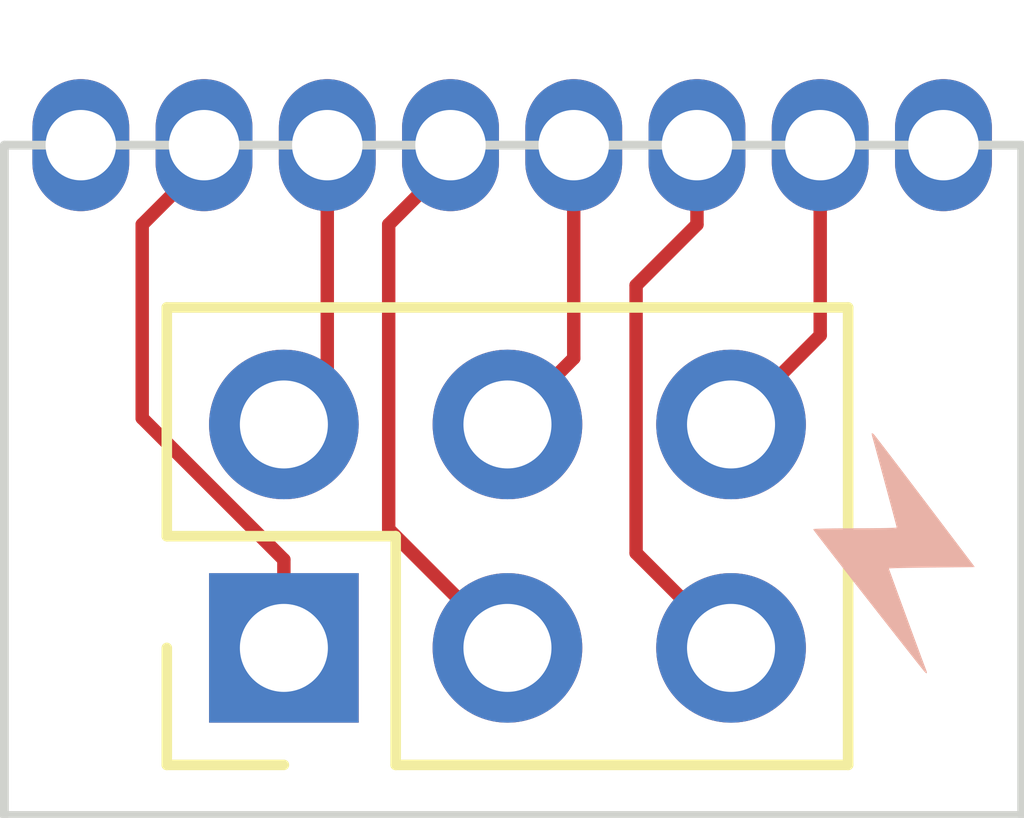
<source format=kicad_pcb>
(kicad_pcb (version 4) (host pcbnew 4.0.5+dfsg1-4)

  (general
    (links 0)
    (no_connects 0)
    (area 144.6976 115.1556 156.3924 125.675401)
    (thickness 1.6)
    (drawings 4)
    (tracks 19)
    (zones 0)
    (modules 3)
    (nets 7)
  )

  (page A4)
  (layers
    (0 F.Cu signal)
    (31 B.Cu signal)
    (32 B.Adhes user)
    (33 F.Adhes user)
    (34 B.Paste user)
    (35 F.Paste user)
    (36 B.SilkS user)
    (37 F.SilkS user)
    (38 B.Mask user)
    (39 F.Mask user)
    (40 Dwgs.User user)
    (41 Cmts.User user)
    (42 Eco1.User user)
    (43 Eco2.User user)
    (44 Edge.Cuts user)
    (45 Margin user)
    (46 B.CrtYd user)
    (47 F.CrtYd user)
    (48 B.Fab user hide)
    (49 F.Fab user hide)
  )

  (setup
    (last_trace_width 0.1524)
    (user_trace_width 0.3048)
    (user_trace_width 0.6096)
    (trace_clearance 0.1524)
    (zone_clearance 0.1524)
    (zone_45_only no)
    (trace_min 0.0127)
    (segment_width 0.1)
    (edge_width 0.1)
    (via_size 0.6)
    (via_drill 0.4)
    (via_min_size 0.4)
    (via_min_drill 0.3)
    (uvia_size 0.3)
    (uvia_drill 0.1)
    (uvias_allowed no)
    (uvia_min_size 0)
    (uvia_min_drill 0)
    (pcb_text_width 0.3)
    (pcb_text_size 1.5 1.5)
    (mod_edge_width 0.15)
    (mod_text_size 1 1)
    (mod_text_width 0.15)
    (pad_size 0.6 0.6)
    (pad_drill 0.4)
    (pad_to_mask_clearance 0)
    (aux_axis_origin 0 0)
    (visible_elements FFFCFFFF)
    (pcbplotparams
      (layerselection 0x310fc_80000001)
      (usegerberextensions true)
      (excludeedgelayer true)
      (linewidth 0.100000)
      (plotframeref false)
      (viasonmask false)
      (mode 1)
      (useauxorigin false)
      (hpglpennumber 1)
      (hpglpenspeed 20)
      (hpglpendiameter 15)
      (hpglpenoverlay 2)
      (psnegative false)
      (psa4output false)
      (plotreference true)
      (plotvalue true)
      (plotinvisibletext false)
      (padsonsilk false)
      (subtractmaskfromsilk false)
      (outputformat 1)
      (mirror false)
      (drillshape 0)
      (scaleselection 1)
      (outputdirectory GERBER))
  )

  (net 0 "")
  (net 1 GND)
  (net 2 VCC)
  (net 3 RST)
  (net 4 MISO)
  (net 5 MOSI)
  (net 6 SCK)

  (net_class Default "This is the default net class."
    (clearance 0.1524)
    (trace_width 0.1524)
    (via_dia 0.6)
    (via_drill 0.4)
    (uvia_dia 0.3)
    (uvia_drill 0.1)
    (add_net GND)
    (add_net MISO)
    (add_net MOSI)
    (add_net RST)
    (add_net SCK)
    (add_net VCC)
  )

  (module MOD:LINEAR_ICSP_POGO (layer F.Cu) (tedit 5B0AE80E) (tstamp 5B0AE811)
    (at 150.548 116.583)
    (path /5B0AE9B1)
    (fp_text reference P1 (at 0.2 -0.1) (layer F.SilkS) hide
      (effects (font (size 1 1) (thickness 0.15)))
    )
    (fp_text value ICSP (at 0 -0.5) (layer F.Fab)
      (effects (font (size 1 1) (thickness 0.15)))
    )
    (pad 1 thru_hole oval (at -3.5 1.4) (size 1.1 1.5) (drill 0.8) (layers *.Cu *.Mask)
      (net 4 MISO))
    (pad 2 thru_hole oval (at -2.1 1.4) (size 1.1 1.5) (drill 0.8) (layers *.Cu *.Mask)
      (net 2 VCC))
    (pad 3 thru_hole oval (at -0.7 1.4) (size 1.1 1.5) (drill 0.8) (layers *.Cu *.Mask)
      (net 6 SCK))
    (pad 4 thru_hole oval (at 0.7 1.4) (size 1.1 1.5) (drill 0.8) (layers *.Cu *.Mask)
      (net 5 MOSI))
    (pad 6 thru_hole oval (at 3.5 1.4) (size 1.1 1.5) (drill 0.8) (layers *.Cu *.Mask)
      (net 1 GND))
    (pad 5 thru_hole oval (at 2.1 1.4) (size 1.1 1.5) (drill 0.8) (layers *.Cu *.Mask)
      (net 3 RST))
    (pad NC1 thru_hole oval (at -4.9 1.4) (size 1.1 1.5) (drill 0.8) (layers *.Cu *.Mask))
    (pad NC2 thru_hole oval (at 4.9 1.4) (size 1.1 1.5) (drill 0.8) (layers *.Cu *.Mask))
  )

  (module Pin_Headers:Pin_Header_Straight_2x03_Pitch2.54mm (layer F.Cu) (tedit 5B0AE812) (tstamp 5B0AE82D)
    (at 147.955 123.698 90)
    (descr "Through hole straight pin header, 2x03, 2.54mm pitch, double rows")
    (tags "Through hole pin header THT 2x03 2.54mm double row")
    (path /5A7FB803)
    (fp_text reference P2 (at 1.27 -2.33 90) (layer F.SilkS) hide
      (effects (font (size 1 1) (thickness 0.15)))
    )
    (fp_text value ICSP (at 1.27 7.41 90) (layer F.Fab)
      (effects (font (size 1 1) (thickness 0.15)))
    )
    (fp_line (start 0 -1.27) (end 3.81 -1.27) (layer F.Fab) (width 0.1))
    (fp_line (start 3.81 -1.27) (end 3.81 6.35) (layer F.Fab) (width 0.1))
    (fp_line (start 3.81 6.35) (end -1.27 6.35) (layer F.Fab) (width 0.1))
    (fp_line (start -1.27 6.35) (end -1.27 0) (layer F.Fab) (width 0.1))
    (fp_line (start -1.27 0) (end 0 -1.27) (layer F.Fab) (width 0.1))
    (fp_line (start -1.33 6.41) (end 3.87 6.41) (layer F.SilkS) (width 0.12))
    (fp_line (start -1.33 1.27) (end -1.33 6.41) (layer F.SilkS) (width 0.12))
    (fp_line (start 3.87 -1.33) (end 3.87 6.41) (layer F.SilkS) (width 0.12))
    (fp_line (start -1.33 1.27) (end 1.27 1.27) (layer F.SilkS) (width 0.12))
    (fp_line (start 1.27 1.27) (end 1.27 -1.33) (layer F.SilkS) (width 0.12))
    (fp_line (start 1.27 -1.33) (end 3.87 -1.33) (layer F.SilkS) (width 0.12))
    (fp_line (start -1.33 0) (end -1.33 -1.33) (layer F.SilkS) (width 0.12))
    (fp_line (start -1.33 -1.33) (end 0 -1.33) (layer F.SilkS) (width 0.12))
    (fp_line (start -1.8 -1.8) (end -1.8 6.85) (layer F.CrtYd) (width 0.05))
    (fp_line (start -1.8 6.85) (end 4.35 6.85) (layer F.CrtYd) (width 0.05))
    (fp_line (start 4.35 6.85) (end 4.35 -1.8) (layer F.CrtYd) (width 0.05))
    (fp_line (start 4.35 -1.8) (end -1.8 -1.8) (layer F.CrtYd) (width 0.05))
    (fp_text user %R (at 1.27 2.54 180) (layer F.Fab)
      (effects (font (size 1 1) (thickness 0.15)))
    )
    (pad 1 thru_hole rect (at 0 0 90) (size 1.7 1.7) (drill 1) (layers *.Cu *.Mask)
      (net 4 MISO))
    (pad 2 thru_hole oval (at 2.54 0 90) (size 1.7 1.7) (drill 1) (layers *.Cu *.Mask)
      (net 2 VCC))
    (pad 3 thru_hole oval (at 0 2.54 90) (size 1.7 1.7) (drill 1) (layers *.Cu *.Mask)
      (net 6 SCK))
    (pad 4 thru_hole oval (at 2.54 2.54 90) (size 1.7 1.7) (drill 1) (layers *.Cu *.Mask)
      (net 5 MOSI))
    (pad 5 thru_hole oval (at 0 5.08 90) (size 1.7 1.7) (drill 1) (layers *.Cu *.Mask)
      (net 3 RST))
    (pad 6 thru_hole oval (at 2.54 5.08 90) (size 1.7 1.7) (drill 1) (layers *.Cu *.Mask)
      (net 1 GND))
    (model ${KISYS3DMOD}/Pin_Headers.3dshapes/Pin_Header_Straight_2x03_Pitch2.54mm.wrl
      (at (xyz 0 0 0))
      (scale (xyz 1 1 1))
      (rotate (xyz 0 0 0))
    )
  )

  (module MOD:lightning (layer B.Cu) (tedit 0) (tstamp 5B0AECF9)
    (at 154.94 122.682)
    (fp_text reference G*** (at 0 0) (layer B.SilkS) hide
      (effects (font (thickness 0.3)) (justify mirror))
    )
    (fp_text value LOGO (at 0.75 0) (layer B.SilkS) hide
      (effects (font (thickness 0.3)) (justify mirror))
    )
    (fp_poly (pts (xy 0.314354 1.28972) (xy 0.304217 1.261534) (xy 0.287787 1.218017) (xy 0.262911 1.15128)
      (xy 0.231172 1.065639) (xy 0.194152 0.965409) (xy 0.153436 0.854904) (xy 0.110605 0.738441)
      (xy 0.067244 0.620333) (xy 0.024936 0.504897) (xy -0.014736 0.396447) (xy -0.050189 0.299299)
      (xy -0.079839 0.217767) (xy -0.102104 0.156168) (xy -0.1154 0.118815) (xy -0.118533 0.109316)
      (xy -0.102305 0.107325) (xy -0.056437 0.105235) (xy 0.014844 0.103147) (xy 0.10731 0.101162)
      (xy 0.216736 0.099383) (xy 0.338895 0.09791) (xy 0.368591 0.097623) (xy 0.855716 0.093133)
      (xy 0.294305 -0.649173) (xy 0.188629 -0.788761) (xy 0.088696 -0.920499) (xy -0.003562 -1.041856)
      (xy -0.086213 -1.150304) (xy -0.157324 -1.243314) (xy -0.214964 -1.318356) (xy -0.2572 -1.372901)
      (xy -0.2821 -1.40442) (xy -0.287856 -1.411173) (xy -0.30193 -1.419999) (xy -0.299939 -1.401084)
      (xy -0.298786 -1.397) (xy -0.288287 -1.359649) (xy -0.271246 -1.297666) (xy -0.248936 -1.2158)
      (xy -0.222636 -1.118801) (xy -0.193622 -1.011418) (xy -0.163169 -0.8984) (xy -0.132555 -0.784498)
      (xy -0.103056 -0.674459) (xy -0.075947 -0.573034) (xy -0.052507 -0.484973) (xy -0.03401 -0.415023)
      (xy -0.021734 -0.367936) (xy -0.016954 -0.34846) (xy -0.016934 -0.348256) (xy -0.033153 -0.345773)
      (xy -0.078954 -0.343529) (xy -0.150053 -0.34161) (xy -0.242165 -0.340104) (xy -0.351007 -0.339096)
      (xy -0.472294 -0.338674) (xy -0.491067 -0.338666) (xy -0.613834 -0.338377) (xy -0.72479 -0.33756)
      (xy -0.819653 -0.336292) (xy -0.894136 -0.334649) (xy -0.943957 -0.332707) (xy -0.964831 -0.330544)
      (xy -0.9652 -0.330209) (xy -0.955097 -0.315927) (xy -0.926253 -0.27784) (xy -0.880867 -0.218757)
      (xy -0.821139 -0.141491) (xy -0.749266 -0.048852) (xy -0.667449 0.056347) (xy -0.577885 0.171296)
      (xy -0.482774 0.293183) (xy -0.384315 0.419197) (xy -0.284706 0.546527) (xy -0.186147 0.672361)
      (xy -0.090836 0.793888) (xy -0.000972 0.908298) (xy 0.081246 1.012777) (xy 0.153618 1.104516)
      (xy 0.213947 1.180702) (xy 0.260033 1.238525) (xy 0.289678 1.275174) (xy 0.299666 1.286933)
      (xy 0.31437 1.300123) (xy 0.314354 1.28972)) (layer B.SilkS) (width 0.01))
  )

  (gr_line (start 156.337 125.603) (end 156.337 117.983) (layer Edge.Cuts) (width 0.1))
  (gr_line (start 144.78 125.603) (end 156.337 125.603) (layer Edge.Cuts) (width 0.1))
  (gr_line (start 144.78 117.983) (end 144.78 125.603) (layer Edge.Cuts) (width 0.1))
  (gr_line (start 156.337 117.983) (end 144.78 117.983) (layer Edge.Cuts) (width 0.1))

  (segment (start 153.035 121.158) (end 154.048 120.145) (width 0.1524) (layer F.Cu) (net 1))
  (segment (start 154.048 120.145) (end 154.048 117.983) (width 0.1524) (layer F.Cu) (net 1))
  (segment (start 148.448 117.983) (end 148.448 120.665) (width 0.1524) (layer F.Cu) (net 2))
  (segment (start 148.448 120.665) (end 147.955 121.158) (width 0.1524) (layer F.Cu) (net 2))
  (segment (start 153.035 123.698) (end 151.956399 122.619399) (width 0.1524) (layer F.Cu) (net 3))
  (segment (start 151.956399 122.619399) (end 151.956399 119.577001) (width 0.1524) (layer F.Cu) (net 3))
  (segment (start 151.956399 119.577001) (end 152.648 118.8854) (width 0.1524) (layer F.Cu) (net 3))
  (segment (start 152.648 118.8854) (end 152.648 117.983) (width 0.1524) (layer F.Cu) (net 3))
  (segment (start 147.955 123.698) (end 147.955 122.6956) (width 0.1524) (layer F.Cu) (net 4))
  (segment (start 147.955 122.6956) (end 146.3456 121.0862) (width 0.1524) (layer F.Cu) (net 4))
  (segment (start 146.3456 121.0862) (end 146.3456 118.8854) (width 0.1524) (layer F.Cu) (net 4))
  (segment (start 146.3456 118.8854) (end 147.048 118.183) (width 0.1524) (layer F.Cu) (net 4))
  (segment (start 147.048 118.183) (end 147.048 117.983) (width 0.1524) (layer F.Cu) (net 4))
  (segment (start 151.248 117.983) (end 151.248 120.405) (width 0.1524) (layer F.Cu) (net 5))
  (segment (start 151.248 120.405) (end 150.495 121.158) (width 0.1524) (layer F.Cu) (net 5))
  (segment (start 150.495 123.698) (end 149.1456 122.3486) (width 0.1524) (layer F.Cu) (net 6))
  (segment (start 149.1456 122.3486) (end 149.1456 118.8854) (width 0.1524) (layer F.Cu) (net 6))
  (segment (start 149.1456 118.8854) (end 149.848 118.183) (width 0.1524) (layer F.Cu) (net 6))
  (segment (start 149.848 118.183) (end 149.848 117.983) (width 0.1524) (layer F.Cu) (net 6))

)

</source>
